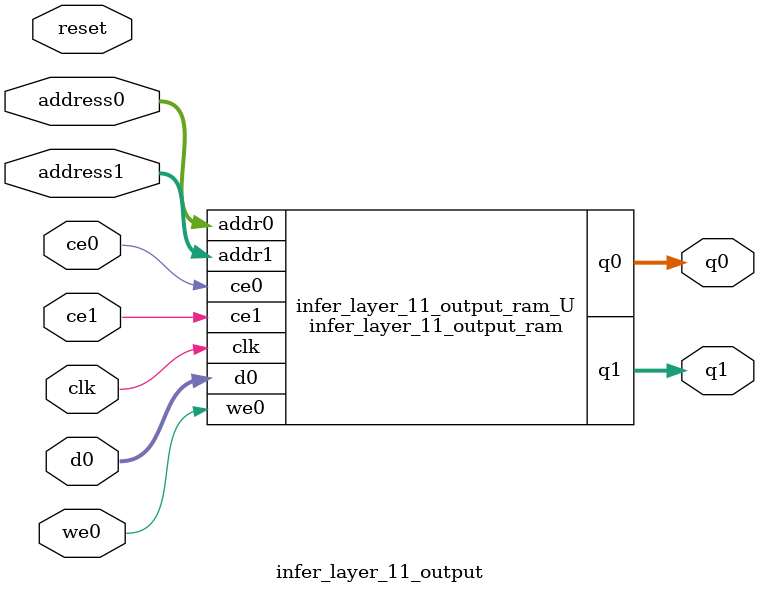
<source format=v>
`timescale 1 ns / 1 ps
module infer_layer_11_output_ram (addr0, ce0, d0, we0, q0, addr1, ce1, q1,  clk);

parameter DWIDTH = 32;
parameter AWIDTH = 4;
parameter MEM_SIZE = 16;

input[AWIDTH-1:0] addr0;
input ce0;
input[DWIDTH-1:0] d0;
input we0;
output reg[DWIDTH-1:0] q0;
input[AWIDTH-1:0] addr1;
input ce1;
output reg[DWIDTH-1:0] q1;
input clk;

reg [DWIDTH-1:0] ram[0:MEM_SIZE-1];




always @(posedge clk)  
begin 
    if (ce0) begin
        if (we0) 
            ram[addr0] <= d0; 
        q0 <= ram[addr0];
    end
end


always @(posedge clk)  
begin 
    if (ce1) begin
        q1 <= ram[addr1];
    end
end


endmodule

`timescale 1 ns / 1 ps
module infer_layer_11_output(
    reset,
    clk,
    address0,
    ce0,
    we0,
    d0,
    q0,
    address1,
    ce1,
    q1);

parameter DataWidth = 32'd32;
parameter AddressRange = 32'd16;
parameter AddressWidth = 32'd4;
input reset;
input clk;
input[AddressWidth - 1:0] address0;
input ce0;
input we0;
input[DataWidth - 1:0] d0;
output[DataWidth - 1:0] q0;
input[AddressWidth - 1:0] address1;
input ce1;
output[DataWidth - 1:0] q1;



infer_layer_11_output_ram infer_layer_11_output_ram_U(
    .clk( clk ),
    .addr0( address0 ),
    .ce0( ce0 ),
    .we0( we0 ),
    .d0( d0 ),
    .q0( q0 ),
    .addr1( address1 ),
    .ce1( ce1 ),
    .q1( q1 ));

endmodule


</source>
